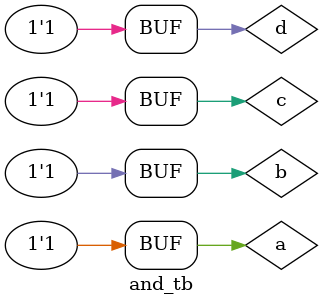
<source format=sv>
`timescale 1ns / 1ps


module and_tb;

logic a,b,c,d,f;


and4gate a1(a,b,c,d,f);

initial begin
a = 0; b = 0; c = 0; d = 0; #10;
a = 0; b = 0; c = 0; d = 1; #10;
a = 0; b = 0; c = 1; d = 0; #10;
a = 0; b = 0; c = 1; d = 1; #10;
a = 0; b = 1; c = 0; d = 0; #10;
a = 0; b = 1; c = 0; d = 1; #10;
a = 0; b = 1; c = 1; d = 0; #10;
a = 0; b = 1; c = 1; d = 1; #10;
a = 1; b = 0; c = 0; d = 0; #10;
a = 1; b = 0; c = 0; d = 1; #10;
a = 1; b = 0; c = 1; d = 0; #10;
a = 1; b = 0; c = 1; d = 1; #10;
a = 1; b = 1; c = 0; d = 0; #10;
a = 1; b = 1; c = 0; d = 1; #10;
a = 1; b = 1; c = 1; d = 0; #10;
a = 1; b = 1; c = 1; d = 1; #10;
end
endmodule

</source>
